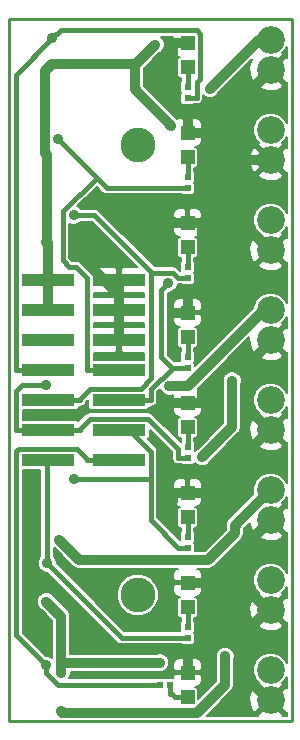
<source format=gtl>
G04 #@! TF.FileFunction,Copper,L1,Top,Signal*
%FSLAX46Y46*%
G04 Gerber Fmt 4.6, Leading zero omitted, Abs format (unit mm)*
G04 Created by KiCad (PCBNEW 0.201505120158+5650~23~ubuntu14.04.1-product) date Thu 14 May 2015 12:47:03 PM EDT*
%MOMM*%
G01*
G04 APERTURE LIST*
%ADD10C,0.100000*%
%ADD11C,0.228600*%
%ADD12C,2.336800*%
%ADD13R,4.495800X1.016000*%
%ADD14C,2.946400*%
%ADD15R,0.619760X0.619760*%
%ADD16R,1.193800X1.193800*%
%ADD17C,0.889000*%
%ADD18C,0.812800*%
%ADD19C,0.406400*%
%ADD20C,0.203200*%
G04 APERTURE END LIST*
D10*
D11*
X25400000Y-84836000D02*
X49364900Y-84836000D01*
X49364900Y-25400000D02*
X49364900Y-84836000D01*
X25400000Y-25400000D02*
X25400000Y-84836000D01*
X25400000Y-25400000D02*
X49364900Y-25400000D01*
D12*
X47586900Y-27178000D03*
X47586900Y-29718000D03*
X47586900Y-34798000D03*
X47586900Y-37338000D03*
X47586900Y-42418000D03*
X47586900Y-44958000D03*
X47586900Y-50038000D03*
X47586900Y-52578000D03*
X47586900Y-57658000D03*
X47586900Y-60198000D03*
X47586900Y-65278000D03*
X47586900Y-67818000D03*
X47586900Y-72898000D03*
X47586900Y-75438000D03*
X47586900Y-80518000D03*
X47586900Y-83058000D03*
D13*
X34747200Y-47498000D03*
X28752800Y-47498000D03*
X34747200Y-62738000D03*
X28752800Y-62738000D03*
X28752800Y-50038000D03*
X34747200Y-50038000D03*
X28752800Y-52578000D03*
X34747200Y-52578000D03*
X28752800Y-55118000D03*
X34747200Y-55118000D03*
X28752800Y-57658000D03*
X34747200Y-57658000D03*
X28752800Y-60198000D03*
X34747200Y-60198000D03*
D14*
X36334700Y-74168000D03*
X36334700Y-36068000D03*
D15*
X40557400Y-32072580D03*
X40557400Y-31173420D03*
X40557400Y-39692580D03*
X40557400Y-38793420D03*
X40557400Y-47312580D03*
X40557400Y-46413420D03*
X40557400Y-54932580D03*
X40557400Y-54033420D03*
X40557400Y-62552580D03*
X40557400Y-61653420D03*
X40557400Y-70172580D03*
X40557400Y-69273420D03*
X40557400Y-77792580D03*
X40557400Y-76893420D03*
X38202820Y-81788000D03*
X39101980Y-81788000D03*
D16*
X40557400Y-29502100D03*
X40557400Y-27393900D03*
X40557400Y-37122100D03*
X40557400Y-35013900D03*
X40557400Y-44742100D03*
X40557400Y-42633900D03*
X40557400Y-52362100D03*
X40557400Y-50253900D03*
X40557400Y-59982100D03*
X40557400Y-57873900D03*
X40557400Y-67602100D03*
X40557400Y-65493900D03*
X40557400Y-75222100D03*
X40557400Y-73113900D03*
X40557400Y-82842100D03*
X40557400Y-80733900D03*
D17*
X29044200Y-29187300D03*
X28752800Y-48768000D03*
X39189300Y-34475900D03*
X28592000Y-74732300D03*
X28621400Y-36882700D03*
X37817900Y-27559200D03*
X28586200Y-44269600D03*
X38184900Y-79884000D03*
X29869400Y-80753900D03*
X39199000Y-66344100D03*
X30972100Y-45502500D03*
X40778500Y-79056500D03*
X39248400Y-42486000D03*
X39219200Y-50253900D03*
X42565200Y-69323400D03*
X39161600Y-58012100D03*
X39209700Y-28246100D03*
X42456300Y-31296100D03*
X39003300Y-56479200D03*
X44329400Y-56032000D03*
X41801700Y-62481000D03*
X29676400Y-69505400D03*
X29805400Y-83980100D03*
X43741200Y-79368500D03*
X28586200Y-80129700D03*
X28666700Y-71474800D03*
X29101700Y-27043300D03*
X29569600Y-35538900D03*
X30953200Y-42018400D03*
X38913700Y-47775900D03*
X28551300Y-56394400D03*
X30956100Y-64339600D03*
D18*
X28752800Y-48768000D02*
X28752800Y-50038000D01*
X28461800Y-36723100D02*
X28621400Y-36882700D01*
X28461800Y-29769700D02*
X28461800Y-36723100D01*
X29044200Y-29187300D02*
X28461800Y-29769700D01*
X36074700Y-31361300D02*
X36074700Y-29302400D01*
X39189300Y-34475900D02*
X36074700Y-31361300D01*
X35959600Y-29187300D02*
X29044200Y-29187300D01*
X36074700Y-29302400D02*
X35959600Y-29187300D01*
X28752800Y-47498000D02*
X28752800Y-48768000D01*
X28621400Y-44269600D02*
X28621400Y-36882700D01*
X28752800Y-44401000D02*
X28621400Y-44269600D01*
X28752800Y-47498000D02*
X28752800Y-44401000D01*
X28621400Y-44269600D02*
X28586200Y-44269600D01*
X37817900Y-27559200D02*
X36074700Y-29302400D01*
X29869400Y-79884000D02*
X38184900Y-79884000D01*
X29869400Y-76009700D02*
X29869400Y-79884000D01*
X28592000Y-74732300D02*
X29869400Y-76009700D01*
X29869400Y-79884000D02*
X29869400Y-80753900D01*
X34747200Y-50038000D02*
X34747200Y-52578000D01*
X39299800Y-66243300D02*
X39199000Y-66344100D01*
X39299800Y-65493900D02*
X39299800Y-66243300D01*
X40557400Y-65493900D02*
X39299800Y-65493900D01*
X34747200Y-47498000D02*
X34747200Y-48768000D01*
X34747200Y-48768000D02*
X34747200Y-50038000D01*
X31481700Y-45502500D02*
X30972100Y-45502500D01*
X34747200Y-48768000D02*
X31481700Y-45502500D01*
X40557400Y-27393900D02*
X39299800Y-27393900D01*
X40557400Y-35013900D02*
X40557400Y-33756300D01*
X40557400Y-65493900D02*
X41815000Y-65493900D01*
X40557400Y-57873900D02*
X41815000Y-57873900D01*
X40557400Y-80733900D02*
X40557400Y-79476300D01*
X43783700Y-54892200D02*
X45434500Y-54892200D01*
X41815000Y-56860900D02*
X43783700Y-54892200D01*
X41815000Y-57873900D02*
X41815000Y-56860900D01*
X47586900Y-52739800D02*
X47586900Y-52578000D01*
X45434500Y-54892200D02*
X47586900Y-52739800D01*
X40778500Y-79255200D02*
X40778500Y-79056500D01*
X40557400Y-79476300D02*
X40778500Y-79255200D01*
X40557400Y-42633900D02*
X39566600Y-42633900D01*
X39396300Y-42633900D02*
X39248400Y-42486000D01*
X39566600Y-42633900D02*
X39396300Y-42633900D01*
X45614700Y-58304800D02*
X47507900Y-60198000D01*
X45614700Y-55072400D02*
X45614700Y-58304800D01*
X45434500Y-54892200D02*
X45614700Y-55072400D01*
X47507900Y-60198000D02*
X47586900Y-60198000D01*
X40557400Y-73113900D02*
X41815000Y-73113900D01*
X40557400Y-42633900D02*
X41815000Y-42633900D01*
X42565200Y-65493900D02*
X41815000Y-65493900D01*
X42565200Y-65140700D02*
X42565200Y-65493900D01*
X47507900Y-60198000D02*
X42565200Y-65140700D01*
X40557400Y-35013900D02*
X41815000Y-35013900D01*
X47586900Y-29718000D02*
X42291000Y-35013900D01*
X42291000Y-35013900D02*
X41815000Y-35013900D01*
X40557400Y-57873900D02*
X39299800Y-57873900D01*
X39161600Y-58012100D02*
X39299800Y-57873900D01*
X39219200Y-50253900D02*
X40557400Y-50253900D01*
X40557400Y-50253900D02*
X40557400Y-48996300D01*
X41815000Y-47738700D02*
X41815000Y-42633900D01*
X40557400Y-48996300D02*
X41815000Y-47738700D01*
X42291000Y-35013900D02*
X44615100Y-37338000D01*
X44615100Y-37338000D02*
X47586900Y-37338000D01*
X41815000Y-42633900D02*
X43515500Y-40933400D01*
X44615100Y-39833800D02*
X43515500Y-40933400D01*
X44615100Y-37338000D02*
X44615100Y-39833800D01*
X47540100Y-44958000D02*
X47586900Y-44958000D01*
X43515500Y-40933400D02*
X47540100Y-44958000D01*
X42565200Y-65493900D02*
X42565200Y-69323400D01*
X39299800Y-32498700D02*
X39299800Y-28246100D01*
X40557400Y-33756300D02*
X39299800Y-32498700D01*
X39299800Y-28246100D02*
X39299800Y-27393900D01*
X39299800Y-28246100D02*
X39209700Y-28246100D01*
X41815000Y-73113900D02*
X45082000Y-73113900D01*
X45082000Y-70322900D02*
X47586900Y-67818000D01*
X45082000Y-73113900D02*
X45082000Y-70322900D01*
X44604400Y-78239700D02*
X47406100Y-75438000D01*
X43195200Y-78239700D02*
X44604400Y-78239700D01*
X42378400Y-79056500D02*
X43195200Y-78239700D01*
X40778500Y-79056500D02*
X42378400Y-79056500D01*
X47479700Y-83058000D02*
X47586900Y-83058000D01*
X45082000Y-80660300D02*
X47479700Y-83058000D01*
X45082000Y-78717300D02*
X45082000Y-80660300D01*
X44604400Y-78239700D02*
X45082000Y-78717300D01*
X45082000Y-73113900D02*
X47406100Y-75438000D01*
X47406100Y-75438000D02*
X47586900Y-75438000D01*
X46574400Y-27178000D02*
X42456300Y-31296100D01*
X47586900Y-27178000D02*
X46574400Y-27178000D01*
X40564900Y-56479200D02*
X39003300Y-56479200D01*
X47006100Y-50038000D02*
X40564900Y-56479200D01*
X47586900Y-50038000D02*
X47006100Y-50038000D01*
X44329400Y-59953300D02*
X41801700Y-62481000D01*
X44329400Y-56032000D02*
X44329400Y-59953300D01*
X31342200Y-71171200D02*
X29676400Y-69505400D01*
X42311400Y-71171200D02*
X31342200Y-71171200D01*
X44534800Y-68947800D02*
X42311400Y-71171200D01*
X44534800Y-68283000D02*
X44534800Y-68947800D01*
X47539800Y-65278000D02*
X44534800Y-68283000D01*
X47586900Y-65278000D02*
X47539800Y-65278000D01*
X43741200Y-81792700D02*
X43741200Y-79368500D01*
X41401400Y-84132500D02*
X43741200Y-81792700D01*
X29957800Y-84132500D02*
X41401400Y-84132500D01*
X29805400Y-83980100D02*
X29957800Y-84132500D01*
D19*
X32041800Y-62617200D02*
X32041800Y-62738000D01*
X31197100Y-61772500D02*
X32041800Y-62617200D01*
X26285300Y-61772500D02*
X31197100Y-61772500D01*
X26047300Y-62010500D02*
X26285300Y-61772500D01*
X26047300Y-77590800D02*
X26047300Y-62010500D01*
X28586200Y-80129700D02*
X26047300Y-77590800D01*
X34747200Y-62738000D02*
X32041800Y-62738000D01*
X29600900Y-81788000D02*
X38202800Y-81788000D01*
X28586200Y-80773300D02*
X29600900Y-81788000D01*
X28586200Y-80129700D02*
X28586200Y-80773300D01*
X34984500Y-77792600D02*
X28666700Y-71474800D01*
X40557400Y-77792600D02*
X34984500Y-77792600D01*
X28666700Y-62824100D02*
X28752800Y-62738000D01*
X28666700Y-71474800D02*
X28666700Y-62824100D01*
X40557400Y-32072600D02*
X41324800Y-32072600D01*
X28752800Y-55118000D02*
X26047400Y-55118000D01*
X41324800Y-30757400D02*
X41324800Y-32072600D01*
X41646200Y-30436000D02*
X41324800Y-30757400D01*
X41646200Y-26633400D02*
X41646200Y-30436000D01*
X41352000Y-26339200D02*
X41646200Y-26633400D01*
X29805800Y-26339200D02*
X41352000Y-26339200D01*
X29101700Y-27043300D02*
X29805800Y-26339200D01*
X26047400Y-30097600D02*
X26047400Y-55118000D01*
X29101700Y-27043300D02*
X26047400Y-30097600D01*
X40557400Y-39692600D02*
X39790000Y-39692600D01*
X34747200Y-55118000D02*
X32041800Y-55118000D01*
X32041800Y-47359900D02*
X32041800Y-55118000D01*
X31086500Y-46404600D02*
X32041800Y-47359900D01*
X30558500Y-46404600D02*
X31086500Y-46404600D01*
X29989300Y-45835400D02*
X30558500Y-46404600D01*
X29989300Y-41684100D02*
X29989300Y-45835400D01*
X32852100Y-38821300D02*
X29989300Y-41684100D01*
X33723300Y-39692600D02*
X32852100Y-38821300D01*
X39790000Y-39692600D02*
X33723300Y-39692600D01*
X32852100Y-38821300D02*
X29569600Y-35538900D01*
X28752800Y-57658000D02*
X31458200Y-57658000D01*
X39287400Y-46873900D02*
X37473200Y-46873900D01*
X39726100Y-47312600D02*
X39287400Y-46873900D01*
X40557400Y-47312600D02*
X39726100Y-47312600D01*
X37473200Y-46816700D02*
X37473200Y-46873900D01*
X32674900Y-42018400D02*
X37473200Y-46816700D01*
X30953200Y-42018400D02*
X32674900Y-42018400D01*
X31458200Y-57537200D02*
X31458200Y-57658000D01*
X32302900Y-56692500D02*
X31458200Y-57537200D01*
X36579900Y-56692500D02*
X32302900Y-56692500D01*
X37473200Y-55799200D02*
X36579900Y-56692500D01*
X37473200Y-46873900D02*
X37473200Y-55799200D01*
X34747200Y-57658000D02*
X37452600Y-57658000D01*
X40557400Y-54932600D02*
X39790000Y-54932600D01*
X38317100Y-48372500D02*
X38913700Y-47775900D01*
X38317100Y-54045600D02*
X38317100Y-48372500D01*
X39204100Y-54932600D02*
X38317100Y-54045600D01*
X39790000Y-54932600D02*
X39204100Y-54932600D01*
X37452600Y-56754200D02*
X37452600Y-57658000D01*
X39204100Y-55002700D02*
X37452600Y-56754200D01*
X39204100Y-54932600D02*
X39204100Y-55002700D01*
X26553200Y-56394400D02*
X28551300Y-56394400D01*
X26047400Y-56900200D02*
X26553200Y-56394400D01*
X26047400Y-60198000D02*
X26047400Y-56900200D01*
X28752800Y-60198000D02*
X26047400Y-60198000D01*
X31458200Y-60077200D02*
X31458200Y-60198000D01*
X32302900Y-59232500D02*
X31458200Y-60077200D01*
X37193800Y-59232500D02*
X32302900Y-59232500D01*
X39790000Y-61828700D02*
X37193800Y-59232500D01*
X39790000Y-62552600D02*
X39790000Y-61828700D01*
X40557400Y-62552600D02*
X39790000Y-62552600D01*
X28752800Y-60198000D02*
X31458200Y-60198000D01*
X40557400Y-70172600D02*
X39790000Y-70172600D01*
X37452700Y-67835300D02*
X37452700Y-64339600D01*
X39790000Y-70172600D02*
X37452700Y-67835300D01*
X35613200Y-60198000D02*
X34747200Y-60198000D01*
X37452700Y-62037500D02*
X35613200Y-60198000D01*
X37452700Y-64339600D02*
X37452700Y-62037500D01*
X37452700Y-64339600D02*
X30956100Y-64339600D01*
X40557400Y-29502100D02*
X40557400Y-31173400D01*
X40557400Y-37122100D02*
X40557400Y-38793400D01*
X40557400Y-46413400D02*
X40557400Y-44742100D01*
X40557400Y-52362100D02*
X40557400Y-54033400D01*
X40557400Y-59982100D02*
X40557400Y-61653400D01*
X40557400Y-67602100D02*
X40557400Y-69273400D01*
X40557400Y-75222100D02*
X40557400Y-76893400D01*
X39216300Y-82555400D02*
X39102000Y-82555400D01*
X39503000Y-82842100D02*
X39216300Y-82555400D01*
X40557400Y-82842100D02*
X39503000Y-82842100D01*
X39102000Y-81788000D02*
X39102000Y-82555400D01*
D20*
G36*
X36914400Y-54247433D02*
X32600600Y-54247433D01*
X32600600Y-53695600D01*
X32620557Y-53695600D01*
X34442400Y-53695600D01*
X34594800Y-53543200D01*
X34594800Y-52730400D01*
X34574800Y-52730400D01*
X34574800Y-52425600D01*
X34594800Y-52425600D01*
X34594800Y-51612800D01*
X34442400Y-51460400D01*
X32620557Y-51460400D01*
X32600600Y-51460400D01*
X32600600Y-51155600D01*
X32620557Y-51155600D01*
X34442400Y-51155600D01*
X34594800Y-51003200D01*
X34594800Y-50190400D01*
X34574800Y-50190400D01*
X34574800Y-49885600D01*
X34594800Y-49885600D01*
X34594800Y-49072800D01*
X34442400Y-48920400D01*
X32620557Y-48920400D01*
X32600600Y-48920400D01*
X32600600Y-48615600D01*
X32620557Y-48615600D01*
X34442400Y-48615600D01*
X34594800Y-48463200D01*
X34594800Y-47650400D01*
X34574800Y-47650400D01*
X34574800Y-47345600D01*
X34594800Y-47345600D01*
X34594800Y-46532800D01*
X34442400Y-46380400D01*
X32620557Y-46380400D01*
X32378043Y-46380400D01*
X32153989Y-46473206D01*
X32049678Y-46577516D01*
X31481631Y-46009469D01*
X31300344Y-45888336D01*
X31086500Y-45845800D01*
X30789962Y-45845800D01*
X30548100Y-45603937D01*
X30548100Y-42716523D01*
X30793352Y-42818361D01*
X31111652Y-42818639D01*
X31405828Y-42697087D01*
X31525924Y-42577200D01*
X32443438Y-42577200D01*
X36246638Y-46380400D01*
X35052000Y-46380400D01*
X34899600Y-46532800D01*
X34899600Y-47345600D01*
X34919600Y-47345600D01*
X34919600Y-47650400D01*
X34899600Y-47650400D01*
X34899600Y-48463200D01*
X35052000Y-48615600D01*
X36873843Y-48615600D01*
X36914400Y-48615600D01*
X36914400Y-48920400D01*
X36873843Y-48920400D01*
X35052000Y-48920400D01*
X34899600Y-49072800D01*
X34899600Y-49885600D01*
X34919600Y-49885600D01*
X34919600Y-50190400D01*
X34899600Y-50190400D01*
X34899600Y-51003200D01*
X35052000Y-51155600D01*
X36873843Y-51155600D01*
X36914400Y-51155600D01*
X36914400Y-51460400D01*
X36873843Y-51460400D01*
X35052000Y-51460400D01*
X34899600Y-51612800D01*
X34899600Y-52425600D01*
X34919600Y-52425600D01*
X34919600Y-52730400D01*
X34899600Y-52730400D01*
X34899600Y-53543200D01*
X35052000Y-53695600D01*
X36873843Y-53695600D01*
X36914400Y-53695600D01*
X36914400Y-54247433D01*
X36914400Y-54247433D01*
G37*
X36914400Y-54247433D02*
X32600600Y-54247433D01*
X32600600Y-53695600D01*
X32620557Y-53695600D01*
X34442400Y-53695600D01*
X34594800Y-53543200D01*
X34594800Y-52730400D01*
X34574800Y-52730400D01*
X34574800Y-52425600D01*
X34594800Y-52425600D01*
X34594800Y-51612800D01*
X34442400Y-51460400D01*
X32620557Y-51460400D01*
X32600600Y-51460400D01*
X32600600Y-51155600D01*
X32620557Y-51155600D01*
X34442400Y-51155600D01*
X34594800Y-51003200D01*
X34594800Y-50190400D01*
X34574800Y-50190400D01*
X34574800Y-49885600D01*
X34594800Y-49885600D01*
X34594800Y-49072800D01*
X34442400Y-48920400D01*
X32620557Y-48920400D01*
X32600600Y-48920400D01*
X32600600Y-48615600D01*
X32620557Y-48615600D01*
X34442400Y-48615600D01*
X34594800Y-48463200D01*
X34594800Y-47650400D01*
X34574800Y-47650400D01*
X34574800Y-47345600D01*
X34594800Y-47345600D01*
X34594800Y-46532800D01*
X34442400Y-46380400D01*
X32620557Y-46380400D01*
X32378043Y-46380400D01*
X32153989Y-46473206D01*
X32049678Y-46577516D01*
X31481631Y-46009469D01*
X31300344Y-45888336D01*
X31086500Y-45845800D01*
X30789962Y-45845800D01*
X30548100Y-45603937D01*
X30548100Y-42716523D01*
X30793352Y-42818361D01*
X31111652Y-42818639D01*
X31405828Y-42697087D01*
X31525924Y-42577200D01*
X32443438Y-42577200D01*
X36246638Y-46380400D01*
X35052000Y-46380400D01*
X34899600Y-46532800D01*
X34899600Y-47345600D01*
X34919600Y-47345600D01*
X34919600Y-47650400D01*
X34899600Y-47650400D01*
X34899600Y-48463200D01*
X35052000Y-48615600D01*
X36873843Y-48615600D01*
X36914400Y-48615600D01*
X36914400Y-48920400D01*
X36873843Y-48920400D01*
X35052000Y-48920400D01*
X34899600Y-49072800D01*
X34899600Y-49885600D01*
X34919600Y-49885600D01*
X34919600Y-50190400D01*
X34899600Y-50190400D01*
X34899600Y-51003200D01*
X35052000Y-51155600D01*
X36873843Y-51155600D01*
X36914400Y-51155600D01*
X36914400Y-51460400D01*
X36873843Y-51460400D01*
X35052000Y-51460400D01*
X34899600Y-51612800D01*
X34899600Y-52425600D01*
X34919600Y-52425600D01*
X34919600Y-52730400D01*
X34899600Y-52730400D01*
X34899600Y-53543200D01*
X35052000Y-53695600D01*
X36873843Y-53695600D01*
X36914400Y-53695600D01*
X36914400Y-54247433D01*
G36*
X48945800Y-49469002D02*
X48836547Y-49204589D01*
X48648284Y-49015997D01*
X48648284Y-46234910D01*
X47586900Y-45173526D01*
X47371374Y-45389052D01*
X47371374Y-44958000D01*
X46309990Y-43896616D01*
X46035901Y-44019509D01*
X45794818Y-44684490D01*
X45826565Y-45391110D01*
X46035901Y-45896491D01*
X46309990Y-46019384D01*
X47371374Y-44958000D01*
X47371374Y-45389052D01*
X46525516Y-46234910D01*
X46648409Y-46508999D01*
X47313390Y-46750082D01*
X48020010Y-46718335D01*
X48525391Y-46508999D01*
X48648284Y-46234910D01*
X48648284Y-49015997D01*
X48422491Y-48789810D01*
X47881223Y-48565056D01*
X47295148Y-48564545D01*
X46753489Y-48788353D01*
X46338710Y-49202409D01*
X46113956Y-49743677D01*
X46113861Y-49852608D01*
X41178051Y-54788418D01*
X41178051Y-54622700D01*
X41155502Y-54506481D01*
X41140338Y-54483397D01*
X41154021Y-54463127D01*
X41178051Y-54343300D01*
X41178051Y-53723540D01*
X41155502Y-53607321D01*
X41116200Y-53547490D01*
X41116200Y-53269771D01*
X41154300Y-53269771D01*
X41270519Y-53247222D01*
X41372665Y-53180123D01*
X41441041Y-53078827D01*
X41465071Y-52959000D01*
X41465071Y-51765200D01*
X41442522Y-51648981D01*
X41375423Y-51546835D01*
X41274127Y-51478459D01*
X41184074Y-51460400D01*
X41275557Y-51460400D01*
X41499611Y-51367594D01*
X41671094Y-51196111D01*
X41763900Y-50972057D01*
X41763900Y-50558700D01*
X41763900Y-49949100D01*
X41763900Y-49535743D01*
X41671094Y-49311689D01*
X41499611Y-49140206D01*
X41275557Y-49047400D01*
X41033043Y-49047400D01*
X40862200Y-49047400D01*
X40709800Y-49199800D01*
X40709800Y-50101500D01*
X41611500Y-50101500D01*
X41763900Y-49949100D01*
X41763900Y-50558700D01*
X41611500Y-50406300D01*
X40709800Y-50406300D01*
X40709800Y-50426300D01*
X40405000Y-50426300D01*
X40405000Y-50406300D01*
X40405000Y-50101500D01*
X40405000Y-49199800D01*
X40252600Y-49047400D01*
X40081757Y-49047400D01*
X39839243Y-49047400D01*
X39615189Y-49140206D01*
X39443706Y-49311689D01*
X39350900Y-49535743D01*
X39350900Y-49949100D01*
X39503300Y-50101500D01*
X40405000Y-50101500D01*
X40405000Y-50406300D01*
X39503300Y-50406300D01*
X39350900Y-50558700D01*
X39350900Y-50972057D01*
X39443706Y-51196111D01*
X39615189Y-51367594D01*
X39839243Y-51460400D01*
X39929725Y-51460400D01*
X39844281Y-51476978D01*
X39742135Y-51544077D01*
X39673759Y-51645373D01*
X39649729Y-51765200D01*
X39649729Y-52959000D01*
X39672278Y-53075219D01*
X39739377Y-53177365D01*
X39840673Y-53245741D01*
X39960500Y-53269771D01*
X39998600Y-53269771D01*
X39998600Y-53547682D01*
X39960779Y-53603713D01*
X39936749Y-53723540D01*
X39936749Y-54343300D01*
X39942666Y-54373800D01*
X39790000Y-54373800D01*
X39435562Y-54373800D01*
X38875900Y-53814137D01*
X38875900Y-48603962D01*
X38903869Y-48575992D01*
X39072152Y-48576139D01*
X39366328Y-48454587D01*
X39591596Y-48229712D01*
X39713661Y-47935748D01*
X39713719Y-47868937D01*
X39726100Y-47871400D01*
X40071692Y-47871400D01*
X40127693Y-47909201D01*
X40247520Y-47933231D01*
X40867280Y-47933231D01*
X40983499Y-47910682D01*
X41085645Y-47843583D01*
X41154021Y-47742287D01*
X41178051Y-47622460D01*
X41178051Y-47002700D01*
X41155502Y-46886481D01*
X41140338Y-46863397D01*
X41154021Y-46843127D01*
X41178051Y-46723300D01*
X41178051Y-46103540D01*
X41155502Y-45987321D01*
X41116200Y-45927490D01*
X41116200Y-45649771D01*
X41154300Y-45649771D01*
X41270519Y-45627222D01*
X41372665Y-45560123D01*
X41441041Y-45458827D01*
X41465071Y-45339000D01*
X41465071Y-44145200D01*
X41442522Y-44028981D01*
X41375423Y-43926835D01*
X41274127Y-43858459D01*
X41184074Y-43840400D01*
X41275557Y-43840400D01*
X41499611Y-43747594D01*
X41671094Y-43576111D01*
X41763900Y-43352057D01*
X41763900Y-42938700D01*
X41763900Y-42329100D01*
X41763900Y-41915743D01*
X41671094Y-41691689D01*
X41499611Y-41520206D01*
X41275557Y-41427400D01*
X41033043Y-41427400D01*
X40862200Y-41427400D01*
X40709800Y-41579800D01*
X40709800Y-42481500D01*
X41611500Y-42481500D01*
X41763900Y-42329100D01*
X41763900Y-42938700D01*
X41611500Y-42786300D01*
X40709800Y-42786300D01*
X40709800Y-42806300D01*
X40405000Y-42806300D01*
X40405000Y-42786300D01*
X40405000Y-42481500D01*
X40405000Y-41579800D01*
X40252600Y-41427400D01*
X40081757Y-41427400D01*
X39839243Y-41427400D01*
X39615189Y-41520206D01*
X39443706Y-41691689D01*
X39350900Y-41915743D01*
X39350900Y-42329100D01*
X39503300Y-42481500D01*
X40405000Y-42481500D01*
X40405000Y-42786300D01*
X39503300Y-42786300D01*
X39350900Y-42938700D01*
X39350900Y-43352057D01*
X39443706Y-43576111D01*
X39615189Y-43747594D01*
X39839243Y-43840400D01*
X39929725Y-43840400D01*
X39844281Y-43856978D01*
X39742135Y-43924077D01*
X39673759Y-44025373D01*
X39649729Y-44145200D01*
X39649729Y-45339000D01*
X39672278Y-45455219D01*
X39739377Y-45557365D01*
X39840673Y-45625741D01*
X39960500Y-45649771D01*
X39998600Y-45649771D01*
X39998600Y-45927682D01*
X39960779Y-45983713D01*
X39936749Y-46103540D01*
X39936749Y-46723300D01*
X39939080Y-46735318D01*
X39682531Y-46478769D01*
X39501244Y-46357636D01*
X39287400Y-46315100D01*
X37761862Y-46315100D01*
X33070031Y-41623269D01*
X32888744Y-41502136D01*
X32674900Y-41459600D01*
X31525900Y-41459600D01*
X31407012Y-41340504D01*
X31206442Y-41257219D01*
X32852077Y-39611585D01*
X33328146Y-40087709D01*
X33328160Y-40087719D01*
X33328169Y-40087731D01*
X33413962Y-40145056D01*
X33509427Y-40208852D01*
X33509442Y-40208855D01*
X33509456Y-40208864D01*
X33615213Y-40229900D01*
X33723268Y-40251400D01*
X33723284Y-40251396D01*
X33723300Y-40251400D01*
X39790000Y-40251400D01*
X40071692Y-40251400D01*
X40127693Y-40289201D01*
X40247520Y-40313231D01*
X40867280Y-40313231D01*
X40983499Y-40290682D01*
X41085645Y-40223583D01*
X41154021Y-40122287D01*
X41178051Y-40002460D01*
X41178051Y-39382700D01*
X41155502Y-39266481D01*
X41140338Y-39243397D01*
X41154021Y-39223127D01*
X41178051Y-39103300D01*
X41178051Y-38483540D01*
X41155502Y-38367321D01*
X41116200Y-38307490D01*
X41116200Y-38029771D01*
X41154300Y-38029771D01*
X41270519Y-38007222D01*
X41372665Y-37940123D01*
X41441041Y-37838827D01*
X41465071Y-37719000D01*
X41465071Y-36525200D01*
X41442522Y-36408981D01*
X41375423Y-36306835D01*
X41274127Y-36238459D01*
X41184074Y-36220400D01*
X41275557Y-36220400D01*
X41499611Y-36127594D01*
X41671094Y-35956111D01*
X41763900Y-35732057D01*
X41763900Y-35318700D01*
X41763900Y-34709100D01*
X41763900Y-34295743D01*
X41671094Y-34071689D01*
X41499611Y-33900206D01*
X41275557Y-33807400D01*
X41033043Y-33807400D01*
X40862200Y-33807400D01*
X40709800Y-33959800D01*
X40709800Y-34861500D01*
X41611500Y-34861500D01*
X41763900Y-34709100D01*
X41763900Y-35318700D01*
X41611500Y-35166300D01*
X40709800Y-35166300D01*
X40709800Y-35186300D01*
X40405000Y-35186300D01*
X40405000Y-35166300D01*
X40385000Y-35166300D01*
X40385000Y-34861500D01*
X40405000Y-34861500D01*
X40405000Y-33959800D01*
X40252600Y-33807400D01*
X40081757Y-33807400D01*
X39839243Y-33807400D01*
X39707122Y-33862126D01*
X39643112Y-33798004D01*
X39550634Y-33759604D01*
X36836700Y-31045669D01*
X36836700Y-29618030D01*
X38179041Y-28275688D01*
X38270528Y-28237887D01*
X38495796Y-28013012D01*
X38617861Y-27719048D01*
X38618139Y-27400748D01*
X38496587Y-27106572D01*
X38288378Y-26898000D01*
X39350900Y-26898000D01*
X39350900Y-27089100D01*
X39503300Y-27241500D01*
X40405000Y-27241500D01*
X40405000Y-27221500D01*
X40709800Y-27221500D01*
X40709800Y-27241500D01*
X40729800Y-27241500D01*
X40729800Y-27546300D01*
X40709800Y-27546300D01*
X40709800Y-27566300D01*
X40405000Y-27566300D01*
X40405000Y-27546300D01*
X39503300Y-27546300D01*
X39350900Y-27698700D01*
X39350900Y-28112057D01*
X39443706Y-28336111D01*
X39615189Y-28507594D01*
X39839243Y-28600400D01*
X39929725Y-28600400D01*
X39844281Y-28616978D01*
X39742135Y-28684077D01*
X39673759Y-28785373D01*
X39649729Y-28905200D01*
X39649729Y-30099000D01*
X39672278Y-30215219D01*
X39739377Y-30317365D01*
X39840673Y-30385741D01*
X39960500Y-30409771D01*
X39998600Y-30409771D01*
X39998600Y-30687682D01*
X39960779Y-30743713D01*
X39936749Y-30863540D01*
X39936749Y-31483300D01*
X39959298Y-31599519D01*
X39974461Y-31622602D01*
X39960779Y-31642873D01*
X39936749Y-31762700D01*
X39936749Y-32382460D01*
X39959298Y-32498679D01*
X40026397Y-32600825D01*
X40127693Y-32669201D01*
X40247520Y-32693231D01*
X40867280Y-32693231D01*
X40983499Y-32670682D01*
X41043298Y-32631400D01*
X41324800Y-32631400D01*
X41538644Y-32588864D01*
X41719931Y-32467731D01*
X41841064Y-32286444D01*
X41883600Y-32072600D01*
X41883600Y-31854900D01*
X42002488Y-31973996D01*
X42296452Y-32096061D01*
X42614752Y-32096339D01*
X42908928Y-31974787D01*
X43134196Y-31749912D01*
X43172596Y-31657433D01*
X46027586Y-28802443D01*
X45794818Y-29444490D01*
X45826565Y-30151110D01*
X46035901Y-30656491D01*
X46309990Y-30779384D01*
X47371374Y-29718000D01*
X47357231Y-29703857D01*
X47572757Y-29488331D01*
X47586900Y-29502474D01*
X48648284Y-28441090D01*
X48573632Y-28274593D01*
X48835090Y-28013591D01*
X48945800Y-27746971D01*
X48945800Y-28693377D01*
X48863810Y-28656616D01*
X47802426Y-29718000D01*
X48863810Y-30779384D01*
X48945800Y-30742622D01*
X48945800Y-34229002D01*
X48836547Y-33964589D01*
X48648284Y-33775997D01*
X48648284Y-30994910D01*
X47586900Y-29933526D01*
X46525516Y-30994910D01*
X46648409Y-31268999D01*
X47313390Y-31510082D01*
X48020010Y-31478335D01*
X48525391Y-31268999D01*
X48648284Y-30994910D01*
X48648284Y-33775997D01*
X48422491Y-33549810D01*
X47881223Y-33325056D01*
X47295148Y-33324545D01*
X46753489Y-33548353D01*
X46338710Y-33962409D01*
X46113956Y-34503677D01*
X46113445Y-35089752D01*
X46337253Y-35631411D01*
X46600108Y-35894725D01*
X46525516Y-36061090D01*
X47586900Y-37122474D01*
X48648284Y-36061090D01*
X48573632Y-35894593D01*
X48835090Y-35633591D01*
X48945800Y-35366971D01*
X48945800Y-36313377D01*
X48863810Y-36276616D01*
X47802426Y-37338000D01*
X48863810Y-38399384D01*
X48945800Y-38362622D01*
X48945800Y-41849002D01*
X48836547Y-41584589D01*
X48648284Y-41395997D01*
X48648284Y-38614910D01*
X47586900Y-37553526D01*
X47371374Y-37769052D01*
X47371374Y-37338000D01*
X46309990Y-36276616D01*
X46035901Y-36399509D01*
X45794818Y-37064490D01*
X45826565Y-37771110D01*
X46035901Y-38276491D01*
X46309990Y-38399384D01*
X47371374Y-37338000D01*
X47371374Y-37769052D01*
X46525516Y-38614910D01*
X46648409Y-38888999D01*
X47313390Y-39130082D01*
X48020010Y-39098335D01*
X48525391Y-38888999D01*
X48648284Y-38614910D01*
X48648284Y-41395997D01*
X48422491Y-41169810D01*
X47881223Y-40945056D01*
X47295148Y-40944545D01*
X46753489Y-41168353D01*
X46338710Y-41582409D01*
X46113956Y-42123677D01*
X46113445Y-42709752D01*
X46337253Y-43251411D01*
X46600108Y-43514725D01*
X46525516Y-43681090D01*
X47586900Y-44742474D01*
X48648284Y-43681090D01*
X48573632Y-43514593D01*
X48835090Y-43253591D01*
X48945800Y-42986971D01*
X48945800Y-43933377D01*
X48863810Y-43896616D01*
X47802426Y-44958000D01*
X48863810Y-46019384D01*
X48945800Y-45982622D01*
X48945800Y-49469002D01*
X48945800Y-49469002D01*
G37*
X48945800Y-49469002D02*
X48836547Y-49204589D01*
X48648284Y-49015997D01*
X48648284Y-46234910D01*
X47586900Y-45173526D01*
X47371374Y-45389052D01*
X47371374Y-44958000D01*
X46309990Y-43896616D01*
X46035901Y-44019509D01*
X45794818Y-44684490D01*
X45826565Y-45391110D01*
X46035901Y-45896491D01*
X46309990Y-46019384D01*
X47371374Y-44958000D01*
X47371374Y-45389052D01*
X46525516Y-46234910D01*
X46648409Y-46508999D01*
X47313390Y-46750082D01*
X48020010Y-46718335D01*
X48525391Y-46508999D01*
X48648284Y-46234910D01*
X48648284Y-49015997D01*
X48422491Y-48789810D01*
X47881223Y-48565056D01*
X47295148Y-48564545D01*
X46753489Y-48788353D01*
X46338710Y-49202409D01*
X46113956Y-49743677D01*
X46113861Y-49852608D01*
X41178051Y-54788418D01*
X41178051Y-54622700D01*
X41155502Y-54506481D01*
X41140338Y-54483397D01*
X41154021Y-54463127D01*
X41178051Y-54343300D01*
X41178051Y-53723540D01*
X41155502Y-53607321D01*
X41116200Y-53547490D01*
X41116200Y-53269771D01*
X41154300Y-53269771D01*
X41270519Y-53247222D01*
X41372665Y-53180123D01*
X41441041Y-53078827D01*
X41465071Y-52959000D01*
X41465071Y-51765200D01*
X41442522Y-51648981D01*
X41375423Y-51546835D01*
X41274127Y-51478459D01*
X41184074Y-51460400D01*
X41275557Y-51460400D01*
X41499611Y-51367594D01*
X41671094Y-51196111D01*
X41763900Y-50972057D01*
X41763900Y-50558700D01*
X41763900Y-49949100D01*
X41763900Y-49535743D01*
X41671094Y-49311689D01*
X41499611Y-49140206D01*
X41275557Y-49047400D01*
X41033043Y-49047400D01*
X40862200Y-49047400D01*
X40709800Y-49199800D01*
X40709800Y-50101500D01*
X41611500Y-50101500D01*
X41763900Y-49949100D01*
X41763900Y-50558700D01*
X41611500Y-50406300D01*
X40709800Y-50406300D01*
X40709800Y-50426300D01*
X40405000Y-50426300D01*
X40405000Y-50406300D01*
X40405000Y-50101500D01*
X40405000Y-49199800D01*
X40252600Y-49047400D01*
X40081757Y-49047400D01*
X39839243Y-49047400D01*
X39615189Y-49140206D01*
X39443706Y-49311689D01*
X39350900Y-49535743D01*
X39350900Y-49949100D01*
X39503300Y-50101500D01*
X40405000Y-50101500D01*
X40405000Y-50406300D01*
X39503300Y-50406300D01*
X39350900Y-50558700D01*
X39350900Y-50972057D01*
X39443706Y-51196111D01*
X39615189Y-51367594D01*
X39839243Y-51460400D01*
X39929725Y-51460400D01*
X39844281Y-51476978D01*
X39742135Y-51544077D01*
X39673759Y-51645373D01*
X39649729Y-51765200D01*
X39649729Y-52959000D01*
X39672278Y-53075219D01*
X39739377Y-53177365D01*
X39840673Y-53245741D01*
X39960500Y-53269771D01*
X39998600Y-53269771D01*
X39998600Y-53547682D01*
X39960779Y-53603713D01*
X39936749Y-53723540D01*
X39936749Y-54343300D01*
X39942666Y-54373800D01*
X39790000Y-54373800D01*
X39435562Y-54373800D01*
X38875900Y-53814137D01*
X38875900Y-48603962D01*
X38903869Y-48575992D01*
X39072152Y-48576139D01*
X39366328Y-48454587D01*
X39591596Y-48229712D01*
X39713661Y-47935748D01*
X39713719Y-47868937D01*
X39726100Y-47871400D01*
X40071692Y-47871400D01*
X40127693Y-47909201D01*
X40247520Y-47933231D01*
X40867280Y-47933231D01*
X40983499Y-47910682D01*
X41085645Y-47843583D01*
X41154021Y-47742287D01*
X41178051Y-47622460D01*
X41178051Y-47002700D01*
X41155502Y-46886481D01*
X41140338Y-46863397D01*
X41154021Y-46843127D01*
X41178051Y-46723300D01*
X41178051Y-46103540D01*
X41155502Y-45987321D01*
X41116200Y-45927490D01*
X41116200Y-45649771D01*
X41154300Y-45649771D01*
X41270519Y-45627222D01*
X41372665Y-45560123D01*
X41441041Y-45458827D01*
X41465071Y-45339000D01*
X41465071Y-44145200D01*
X41442522Y-44028981D01*
X41375423Y-43926835D01*
X41274127Y-43858459D01*
X41184074Y-43840400D01*
X41275557Y-43840400D01*
X41499611Y-43747594D01*
X41671094Y-43576111D01*
X41763900Y-43352057D01*
X41763900Y-42938700D01*
X41763900Y-42329100D01*
X41763900Y-41915743D01*
X41671094Y-41691689D01*
X41499611Y-41520206D01*
X41275557Y-41427400D01*
X41033043Y-41427400D01*
X40862200Y-41427400D01*
X40709800Y-41579800D01*
X40709800Y-42481500D01*
X41611500Y-42481500D01*
X41763900Y-42329100D01*
X41763900Y-42938700D01*
X41611500Y-42786300D01*
X40709800Y-42786300D01*
X40709800Y-42806300D01*
X40405000Y-42806300D01*
X40405000Y-42786300D01*
X40405000Y-42481500D01*
X40405000Y-41579800D01*
X40252600Y-41427400D01*
X40081757Y-41427400D01*
X39839243Y-41427400D01*
X39615189Y-41520206D01*
X39443706Y-41691689D01*
X39350900Y-41915743D01*
X39350900Y-42329100D01*
X39503300Y-42481500D01*
X40405000Y-42481500D01*
X40405000Y-42786300D01*
X39503300Y-42786300D01*
X39350900Y-42938700D01*
X39350900Y-43352057D01*
X39443706Y-43576111D01*
X39615189Y-43747594D01*
X39839243Y-43840400D01*
X39929725Y-43840400D01*
X39844281Y-43856978D01*
X39742135Y-43924077D01*
X39673759Y-44025373D01*
X39649729Y-44145200D01*
X39649729Y-45339000D01*
X39672278Y-45455219D01*
X39739377Y-45557365D01*
X39840673Y-45625741D01*
X39960500Y-45649771D01*
X39998600Y-45649771D01*
X39998600Y-45927682D01*
X39960779Y-45983713D01*
X39936749Y-46103540D01*
X39936749Y-46723300D01*
X39939080Y-46735318D01*
X39682531Y-46478769D01*
X39501244Y-46357636D01*
X39287400Y-46315100D01*
X37761862Y-46315100D01*
X33070031Y-41623269D01*
X32888744Y-41502136D01*
X32674900Y-41459600D01*
X31525900Y-41459600D01*
X31407012Y-41340504D01*
X31206442Y-41257219D01*
X32852077Y-39611585D01*
X33328146Y-40087709D01*
X33328160Y-40087719D01*
X33328169Y-40087731D01*
X33413962Y-40145056D01*
X33509427Y-40208852D01*
X33509442Y-40208855D01*
X33509456Y-40208864D01*
X33615213Y-40229900D01*
X33723268Y-40251400D01*
X33723284Y-40251396D01*
X33723300Y-40251400D01*
X39790000Y-40251400D01*
X40071692Y-40251400D01*
X40127693Y-40289201D01*
X40247520Y-40313231D01*
X40867280Y-40313231D01*
X40983499Y-40290682D01*
X41085645Y-40223583D01*
X41154021Y-40122287D01*
X41178051Y-40002460D01*
X41178051Y-39382700D01*
X41155502Y-39266481D01*
X41140338Y-39243397D01*
X41154021Y-39223127D01*
X41178051Y-39103300D01*
X41178051Y-38483540D01*
X41155502Y-38367321D01*
X41116200Y-38307490D01*
X41116200Y-38029771D01*
X41154300Y-38029771D01*
X41270519Y-38007222D01*
X41372665Y-37940123D01*
X41441041Y-37838827D01*
X41465071Y-37719000D01*
X41465071Y-36525200D01*
X41442522Y-36408981D01*
X41375423Y-36306835D01*
X41274127Y-36238459D01*
X41184074Y-36220400D01*
X41275557Y-36220400D01*
X41499611Y-36127594D01*
X41671094Y-35956111D01*
X41763900Y-35732057D01*
X41763900Y-35318700D01*
X41763900Y-34709100D01*
X41763900Y-34295743D01*
X41671094Y-34071689D01*
X41499611Y-33900206D01*
X41275557Y-33807400D01*
X41033043Y-33807400D01*
X40862200Y-33807400D01*
X40709800Y-33959800D01*
X40709800Y-34861500D01*
X41611500Y-34861500D01*
X41763900Y-34709100D01*
X41763900Y-35318700D01*
X41611500Y-35166300D01*
X40709800Y-35166300D01*
X40709800Y-35186300D01*
X40405000Y-35186300D01*
X40405000Y-35166300D01*
X40385000Y-35166300D01*
X40385000Y-34861500D01*
X40405000Y-34861500D01*
X40405000Y-33959800D01*
X40252600Y-33807400D01*
X40081757Y-33807400D01*
X39839243Y-33807400D01*
X39707122Y-33862126D01*
X39643112Y-33798004D01*
X39550634Y-33759604D01*
X36836700Y-31045669D01*
X36836700Y-29618030D01*
X38179041Y-28275688D01*
X38270528Y-28237887D01*
X38495796Y-28013012D01*
X38617861Y-27719048D01*
X38618139Y-27400748D01*
X38496587Y-27106572D01*
X38288378Y-26898000D01*
X39350900Y-26898000D01*
X39350900Y-27089100D01*
X39503300Y-27241500D01*
X40405000Y-27241500D01*
X40405000Y-27221500D01*
X40709800Y-27221500D01*
X40709800Y-27241500D01*
X40729800Y-27241500D01*
X40729800Y-27546300D01*
X40709800Y-27546300D01*
X40709800Y-27566300D01*
X40405000Y-27566300D01*
X40405000Y-27546300D01*
X39503300Y-27546300D01*
X39350900Y-27698700D01*
X39350900Y-28112057D01*
X39443706Y-28336111D01*
X39615189Y-28507594D01*
X39839243Y-28600400D01*
X39929725Y-28600400D01*
X39844281Y-28616978D01*
X39742135Y-28684077D01*
X39673759Y-28785373D01*
X39649729Y-28905200D01*
X39649729Y-30099000D01*
X39672278Y-30215219D01*
X39739377Y-30317365D01*
X39840673Y-30385741D01*
X39960500Y-30409771D01*
X39998600Y-30409771D01*
X39998600Y-30687682D01*
X39960779Y-30743713D01*
X39936749Y-30863540D01*
X39936749Y-31483300D01*
X39959298Y-31599519D01*
X39974461Y-31622602D01*
X39960779Y-31642873D01*
X39936749Y-31762700D01*
X39936749Y-32382460D01*
X39959298Y-32498679D01*
X40026397Y-32600825D01*
X40127693Y-32669201D01*
X40247520Y-32693231D01*
X40867280Y-32693231D01*
X40983499Y-32670682D01*
X41043298Y-32631400D01*
X41324800Y-32631400D01*
X41538644Y-32588864D01*
X41719931Y-32467731D01*
X41841064Y-32286444D01*
X41883600Y-32072600D01*
X41883600Y-31854900D01*
X42002488Y-31973996D01*
X42296452Y-32096061D01*
X42614752Y-32096339D01*
X42908928Y-31974787D01*
X43134196Y-31749912D01*
X43172596Y-31657433D01*
X46027586Y-28802443D01*
X45794818Y-29444490D01*
X45826565Y-30151110D01*
X46035901Y-30656491D01*
X46309990Y-30779384D01*
X47371374Y-29718000D01*
X47357231Y-29703857D01*
X47572757Y-29488331D01*
X47586900Y-29502474D01*
X48648284Y-28441090D01*
X48573632Y-28274593D01*
X48835090Y-28013591D01*
X48945800Y-27746971D01*
X48945800Y-28693377D01*
X48863810Y-28656616D01*
X47802426Y-29718000D01*
X48863810Y-30779384D01*
X48945800Y-30742622D01*
X48945800Y-34229002D01*
X48836547Y-33964589D01*
X48648284Y-33775997D01*
X48648284Y-30994910D01*
X47586900Y-29933526D01*
X46525516Y-30994910D01*
X46648409Y-31268999D01*
X47313390Y-31510082D01*
X48020010Y-31478335D01*
X48525391Y-31268999D01*
X48648284Y-30994910D01*
X48648284Y-33775997D01*
X48422491Y-33549810D01*
X47881223Y-33325056D01*
X47295148Y-33324545D01*
X46753489Y-33548353D01*
X46338710Y-33962409D01*
X46113956Y-34503677D01*
X46113445Y-35089752D01*
X46337253Y-35631411D01*
X46600108Y-35894725D01*
X46525516Y-36061090D01*
X47586900Y-37122474D01*
X48648284Y-36061090D01*
X48573632Y-35894593D01*
X48835090Y-35633591D01*
X48945800Y-35366971D01*
X48945800Y-36313377D01*
X48863810Y-36276616D01*
X47802426Y-37338000D01*
X48863810Y-38399384D01*
X48945800Y-38362622D01*
X48945800Y-41849002D01*
X48836547Y-41584589D01*
X48648284Y-41395997D01*
X48648284Y-38614910D01*
X47586900Y-37553526D01*
X47371374Y-37769052D01*
X47371374Y-37338000D01*
X46309990Y-36276616D01*
X46035901Y-36399509D01*
X45794818Y-37064490D01*
X45826565Y-37771110D01*
X46035901Y-38276491D01*
X46309990Y-38399384D01*
X47371374Y-37338000D01*
X47371374Y-37769052D01*
X46525516Y-38614910D01*
X46648409Y-38888999D01*
X47313390Y-39130082D01*
X48020010Y-39098335D01*
X48525391Y-38888999D01*
X48648284Y-38614910D01*
X48648284Y-41395997D01*
X48422491Y-41169810D01*
X47881223Y-40945056D01*
X47295148Y-40944545D01*
X46753489Y-41168353D01*
X46338710Y-41582409D01*
X46113956Y-42123677D01*
X46113445Y-42709752D01*
X46337253Y-43251411D01*
X46600108Y-43514725D01*
X46525516Y-43681090D01*
X47586900Y-44742474D01*
X48648284Y-43681090D01*
X48573632Y-43514593D01*
X48835090Y-43253591D01*
X48945800Y-42986971D01*
X48945800Y-43933377D01*
X48863810Y-43896616D01*
X47802426Y-44958000D01*
X48863810Y-46019384D01*
X48945800Y-45982622D01*
X48945800Y-49469002D01*
G36*
X48945800Y-64709002D02*
X48836547Y-64444589D01*
X48648284Y-64255997D01*
X48648284Y-61474910D01*
X47586900Y-60413526D01*
X47371374Y-60629052D01*
X47371374Y-60198000D01*
X46309990Y-59136616D01*
X46035901Y-59259509D01*
X45794818Y-59924490D01*
X45826565Y-60631110D01*
X46035901Y-61136491D01*
X46309990Y-61259384D01*
X47371374Y-60198000D01*
X47371374Y-60629052D01*
X46525516Y-61474910D01*
X46648409Y-61748999D01*
X47313390Y-61990082D01*
X48020010Y-61958335D01*
X48525391Y-61748999D01*
X48648284Y-61474910D01*
X48648284Y-64255997D01*
X48422491Y-64029810D01*
X47881223Y-63805056D01*
X47295148Y-63804545D01*
X46753489Y-64028353D01*
X46338710Y-64442409D01*
X46113956Y-64983677D01*
X46113445Y-65569752D01*
X46130102Y-65610066D01*
X43995985Y-67744185D01*
X43830804Y-67991395D01*
X43772800Y-68283000D01*
X43772800Y-68632169D01*
X41995769Y-70409200D01*
X41178051Y-70409200D01*
X41178051Y-69862700D01*
X41155502Y-69746481D01*
X41140338Y-69723397D01*
X41154021Y-69703127D01*
X41178051Y-69583300D01*
X41178051Y-68963540D01*
X41155502Y-68847321D01*
X41116200Y-68787490D01*
X41116200Y-68509771D01*
X41154300Y-68509771D01*
X41270519Y-68487222D01*
X41372665Y-68420123D01*
X41441041Y-68318827D01*
X41465071Y-68199000D01*
X41465071Y-67005200D01*
X41442522Y-66888981D01*
X41375423Y-66786835D01*
X41274127Y-66718459D01*
X41184074Y-66700400D01*
X41275557Y-66700400D01*
X41499611Y-66607594D01*
X41671094Y-66436111D01*
X41763900Y-66212057D01*
X41763900Y-65798700D01*
X41763900Y-65189100D01*
X41763900Y-64775743D01*
X41671094Y-64551689D01*
X41499611Y-64380206D01*
X41275557Y-64287400D01*
X41033043Y-64287400D01*
X40862200Y-64287400D01*
X40709800Y-64439800D01*
X40709800Y-65341500D01*
X41611500Y-65341500D01*
X41763900Y-65189100D01*
X41763900Y-65798700D01*
X41611500Y-65646300D01*
X40709800Y-65646300D01*
X40709800Y-65666300D01*
X40405000Y-65666300D01*
X40405000Y-65646300D01*
X40405000Y-65341500D01*
X40405000Y-64439800D01*
X40252600Y-64287400D01*
X40081757Y-64287400D01*
X39839243Y-64287400D01*
X39615189Y-64380206D01*
X39443706Y-64551689D01*
X39350900Y-64775743D01*
X39350900Y-65189100D01*
X39503300Y-65341500D01*
X40405000Y-65341500D01*
X40405000Y-65646300D01*
X39503300Y-65646300D01*
X39350900Y-65798700D01*
X39350900Y-66212057D01*
X39443706Y-66436111D01*
X39615189Y-66607594D01*
X39839243Y-66700400D01*
X39929725Y-66700400D01*
X39844281Y-66716978D01*
X39742135Y-66784077D01*
X39673759Y-66885373D01*
X39649729Y-67005200D01*
X39649729Y-68199000D01*
X39672278Y-68315219D01*
X39739377Y-68417365D01*
X39840673Y-68485741D01*
X39960500Y-68509771D01*
X39998600Y-68509771D01*
X39998600Y-68787682D01*
X39960779Y-68843713D01*
X39936749Y-68963540D01*
X39936749Y-69529086D01*
X38011500Y-67603837D01*
X38011500Y-64339600D01*
X38011500Y-62037500D01*
X37968964Y-61823657D01*
X37968964Y-61823656D01*
X37847831Y-61642369D01*
X37201322Y-60995860D01*
X37249859Y-60963977D01*
X37329631Y-60845799D01*
X37357667Y-60706000D01*
X37357667Y-60186629D01*
X39231200Y-62060162D01*
X39231200Y-62552600D01*
X39273736Y-62766444D01*
X39394869Y-62947731D01*
X39576156Y-63068864D01*
X39790000Y-63111400D01*
X40071692Y-63111400D01*
X40127693Y-63149201D01*
X40247520Y-63173231D01*
X40867280Y-63173231D01*
X40983499Y-63150682D01*
X41085645Y-63083583D01*
X41154021Y-62982287D01*
X41156959Y-62967633D01*
X41347888Y-63158896D01*
X41641852Y-63280961D01*
X41960152Y-63281239D01*
X42254328Y-63159687D01*
X42479596Y-62934812D01*
X42517996Y-62842333D01*
X44868215Y-60492115D01*
X44868216Y-60492115D01*
X44967234Y-60343923D01*
X45033396Y-60244905D01*
X45033396Y-60244904D01*
X45091400Y-59953300D01*
X45091400Y-56283267D01*
X45129361Y-56191848D01*
X45129639Y-55873548D01*
X45008087Y-55579372D01*
X44783212Y-55354104D01*
X44489248Y-55232039D01*
X44170948Y-55231761D01*
X43876772Y-55353313D01*
X43651504Y-55578188D01*
X43529439Y-55872152D01*
X43529161Y-56190452D01*
X43567400Y-56282996D01*
X43567400Y-59637669D01*
X41440558Y-61764511D01*
X41349072Y-61802313D01*
X41175609Y-61975472D01*
X41178051Y-61963300D01*
X41178051Y-61343540D01*
X41155502Y-61227321D01*
X41116200Y-61167490D01*
X41116200Y-60889771D01*
X41154300Y-60889771D01*
X41270519Y-60867222D01*
X41372665Y-60800123D01*
X41441041Y-60698827D01*
X41465071Y-60579000D01*
X41465071Y-59385200D01*
X41442522Y-59268981D01*
X41375423Y-59166835D01*
X41274127Y-59098459D01*
X41184074Y-59080400D01*
X41275557Y-59080400D01*
X41499611Y-58987594D01*
X41671094Y-58816111D01*
X41763900Y-58592057D01*
X41763900Y-58178700D01*
X41611500Y-58026300D01*
X40709800Y-58026300D01*
X40709800Y-58046300D01*
X40405000Y-58046300D01*
X40405000Y-58026300D01*
X39503300Y-58026300D01*
X39350900Y-58178700D01*
X39350900Y-58592057D01*
X39443706Y-58816111D01*
X39615189Y-58987594D01*
X39839243Y-59080400D01*
X39929725Y-59080400D01*
X39844281Y-59096978D01*
X39742135Y-59164077D01*
X39673759Y-59265373D01*
X39649729Y-59385200D01*
X39649729Y-60579000D01*
X39672278Y-60695219D01*
X39739377Y-60797365D01*
X39840673Y-60865741D01*
X39960500Y-60889771D01*
X39998600Y-60889771D01*
X39998600Y-61167682D01*
X39966620Y-61215058D01*
X37588931Y-58837369D01*
X37407644Y-58716236D01*
X37193800Y-58673700D01*
X32302900Y-58673700D01*
X32089056Y-58716236D01*
X31907769Y-58837369D01*
X31278983Y-59466154D01*
X31258677Y-59435241D01*
X31140499Y-59355469D01*
X31000700Y-59327433D01*
X26606200Y-59327433D01*
X26606200Y-58528567D01*
X31000700Y-58528567D01*
X31136289Y-58502259D01*
X31255459Y-58423977D01*
X31335231Y-58305799D01*
X31353079Y-58216800D01*
X31458200Y-58216800D01*
X31672044Y-58174264D01*
X31853331Y-58053131D01*
X31974464Y-57871844D01*
X31989522Y-57796139D01*
X32136733Y-57648929D01*
X32136733Y-58166000D01*
X32163041Y-58301589D01*
X32241323Y-58420759D01*
X32359501Y-58500531D01*
X32499300Y-58528567D01*
X36995100Y-58528567D01*
X37130689Y-58502259D01*
X37249859Y-58423977D01*
X37329631Y-58305799D01*
X37347479Y-58216800D01*
X37452600Y-58216800D01*
X37666444Y-58174264D01*
X37847731Y-58053131D01*
X37968864Y-57871844D01*
X38011400Y-57658000D01*
X38011400Y-56985662D01*
X38248774Y-56748287D01*
X38324613Y-56931828D01*
X38549488Y-57157096D01*
X38843452Y-57279161D01*
X39161752Y-57279439D01*
X39254296Y-57241200D01*
X39350900Y-57241200D01*
X39350900Y-57569100D01*
X39503300Y-57721500D01*
X40405000Y-57721500D01*
X40405000Y-57701500D01*
X40709800Y-57701500D01*
X40709800Y-57721500D01*
X41611500Y-57721500D01*
X41763900Y-57569100D01*
X41763900Y-57155743D01*
X41671094Y-56931689D01*
X41499611Y-56760206D01*
X41401968Y-56719761D01*
X45795782Y-52325948D01*
X45826565Y-53011110D01*
X46035901Y-53516491D01*
X46309990Y-53639384D01*
X47371374Y-52578000D01*
X47357231Y-52563857D01*
X47572757Y-52348331D01*
X47586900Y-52362474D01*
X48648284Y-51301090D01*
X48573632Y-51134593D01*
X48835090Y-50873591D01*
X48945800Y-50606971D01*
X48945800Y-51553377D01*
X48863810Y-51516616D01*
X47802426Y-52578000D01*
X48863810Y-53639384D01*
X48945800Y-53602622D01*
X48945800Y-57089002D01*
X48836547Y-56824589D01*
X48648284Y-56635997D01*
X48648284Y-53854910D01*
X47586900Y-52793526D01*
X46525516Y-53854910D01*
X46648409Y-54128999D01*
X47313390Y-54370082D01*
X48020010Y-54338335D01*
X48525391Y-54128999D01*
X48648284Y-53854910D01*
X48648284Y-56635997D01*
X48422491Y-56409810D01*
X47881223Y-56185056D01*
X47295148Y-56184545D01*
X46753489Y-56408353D01*
X46338710Y-56822409D01*
X46113956Y-57363677D01*
X46113445Y-57949752D01*
X46337253Y-58491411D01*
X46600108Y-58754725D01*
X46525516Y-58921090D01*
X47586900Y-59982474D01*
X48648284Y-58921090D01*
X48573632Y-58754593D01*
X48835090Y-58493591D01*
X48945800Y-58226971D01*
X48945800Y-59173377D01*
X48863810Y-59136616D01*
X47802426Y-60198000D01*
X48863810Y-61259384D01*
X48945800Y-61222622D01*
X48945800Y-64709002D01*
X48945800Y-64709002D01*
G37*
X48945800Y-64709002D02*
X48836547Y-64444589D01*
X48648284Y-64255997D01*
X48648284Y-61474910D01*
X47586900Y-60413526D01*
X47371374Y-60629052D01*
X47371374Y-60198000D01*
X46309990Y-59136616D01*
X46035901Y-59259509D01*
X45794818Y-59924490D01*
X45826565Y-60631110D01*
X46035901Y-61136491D01*
X46309990Y-61259384D01*
X47371374Y-60198000D01*
X47371374Y-60629052D01*
X46525516Y-61474910D01*
X46648409Y-61748999D01*
X47313390Y-61990082D01*
X48020010Y-61958335D01*
X48525391Y-61748999D01*
X48648284Y-61474910D01*
X48648284Y-64255997D01*
X48422491Y-64029810D01*
X47881223Y-63805056D01*
X47295148Y-63804545D01*
X46753489Y-64028353D01*
X46338710Y-64442409D01*
X46113956Y-64983677D01*
X46113445Y-65569752D01*
X46130102Y-65610066D01*
X43995985Y-67744185D01*
X43830804Y-67991395D01*
X43772800Y-68283000D01*
X43772800Y-68632169D01*
X41995769Y-70409200D01*
X41178051Y-70409200D01*
X41178051Y-69862700D01*
X41155502Y-69746481D01*
X41140338Y-69723397D01*
X41154021Y-69703127D01*
X41178051Y-69583300D01*
X41178051Y-68963540D01*
X41155502Y-68847321D01*
X41116200Y-68787490D01*
X41116200Y-68509771D01*
X41154300Y-68509771D01*
X41270519Y-68487222D01*
X41372665Y-68420123D01*
X41441041Y-68318827D01*
X41465071Y-68199000D01*
X41465071Y-67005200D01*
X41442522Y-66888981D01*
X41375423Y-66786835D01*
X41274127Y-66718459D01*
X41184074Y-66700400D01*
X41275557Y-66700400D01*
X41499611Y-66607594D01*
X41671094Y-66436111D01*
X41763900Y-66212057D01*
X41763900Y-65798700D01*
X41763900Y-65189100D01*
X41763900Y-64775743D01*
X41671094Y-64551689D01*
X41499611Y-64380206D01*
X41275557Y-64287400D01*
X41033043Y-64287400D01*
X40862200Y-64287400D01*
X40709800Y-64439800D01*
X40709800Y-65341500D01*
X41611500Y-65341500D01*
X41763900Y-65189100D01*
X41763900Y-65798700D01*
X41611500Y-65646300D01*
X40709800Y-65646300D01*
X40709800Y-65666300D01*
X40405000Y-65666300D01*
X40405000Y-65646300D01*
X40405000Y-65341500D01*
X40405000Y-64439800D01*
X40252600Y-64287400D01*
X40081757Y-64287400D01*
X39839243Y-64287400D01*
X39615189Y-64380206D01*
X39443706Y-64551689D01*
X39350900Y-64775743D01*
X39350900Y-65189100D01*
X39503300Y-65341500D01*
X40405000Y-65341500D01*
X40405000Y-65646300D01*
X39503300Y-65646300D01*
X39350900Y-65798700D01*
X39350900Y-66212057D01*
X39443706Y-66436111D01*
X39615189Y-66607594D01*
X39839243Y-66700400D01*
X39929725Y-66700400D01*
X39844281Y-66716978D01*
X39742135Y-66784077D01*
X39673759Y-66885373D01*
X39649729Y-67005200D01*
X39649729Y-68199000D01*
X39672278Y-68315219D01*
X39739377Y-68417365D01*
X39840673Y-68485741D01*
X39960500Y-68509771D01*
X39998600Y-68509771D01*
X39998600Y-68787682D01*
X39960779Y-68843713D01*
X39936749Y-68963540D01*
X39936749Y-69529086D01*
X38011500Y-67603837D01*
X38011500Y-64339600D01*
X38011500Y-62037500D01*
X37968964Y-61823657D01*
X37968964Y-61823656D01*
X37847831Y-61642369D01*
X37201322Y-60995860D01*
X37249859Y-60963977D01*
X37329631Y-60845799D01*
X37357667Y-60706000D01*
X37357667Y-60186629D01*
X39231200Y-62060162D01*
X39231200Y-62552600D01*
X39273736Y-62766444D01*
X39394869Y-62947731D01*
X39576156Y-63068864D01*
X39790000Y-63111400D01*
X40071692Y-63111400D01*
X40127693Y-63149201D01*
X40247520Y-63173231D01*
X40867280Y-63173231D01*
X40983499Y-63150682D01*
X41085645Y-63083583D01*
X41154021Y-62982287D01*
X41156959Y-62967633D01*
X41347888Y-63158896D01*
X41641852Y-63280961D01*
X41960152Y-63281239D01*
X42254328Y-63159687D01*
X42479596Y-62934812D01*
X42517996Y-62842333D01*
X44868215Y-60492115D01*
X44868216Y-60492115D01*
X44967234Y-60343923D01*
X45033396Y-60244905D01*
X45033396Y-60244904D01*
X45091400Y-59953300D01*
X45091400Y-56283267D01*
X45129361Y-56191848D01*
X45129639Y-55873548D01*
X45008087Y-55579372D01*
X44783212Y-55354104D01*
X44489248Y-55232039D01*
X44170948Y-55231761D01*
X43876772Y-55353313D01*
X43651504Y-55578188D01*
X43529439Y-55872152D01*
X43529161Y-56190452D01*
X43567400Y-56282996D01*
X43567400Y-59637669D01*
X41440558Y-61764511D01*
X41349072Y-61802313D01*
X41175609Y-61975472D01*
X41178051Y-61963300D01*
X41178051Y-61343540D01*
X41155502Y-61227321D01*
X41116200Y-61167490D01*
X41116200Y-60889771D01*
X41154300Y-60889771D01*
X41270519Y-60867222D01*
X41372665Y-60800123D01*
X41441041Y-60698827D01*
X41465071Y-60579000D01*
X41465071Y-59385200D01*
X41442522Y-59268981D01*
X41375423Y-59166835D01*
X41274127Y-59098459D01*
X41184074Y-59080400D01*
X41275557Y-59080400D01*
X41499611Y-58987594D01*
X41671094Y-58816111D01*
X41763900Y-58592057D01*
X41763900Y-58178700D01*
X41611500Y-58026300D01*
X40709800Y-58026300D01*
X40709800Y-58046300D01*
X40405000Y-58046300D01*
X40405000Y-58026300D01*
X39503300Y-58026300D01*
X39350900Y-58178700D01*
X39350900Y-58592057D01*
X39443706Y-58816111D01*
X39615189Y-58987594D01*
X39839243Y-59080400D01*
X39929725Y-59080400D01*
X39844281Y-59096978D01*
X39742135Y-59164077D01*
X39673759Y-59265373D01*
X39649729Y-59385200D01*
X39649729Y-60579000D01*
X39672278Y-60695219D01*
X39739377Y-60797365D01*
X39840673Y-60865741D01*
X39960500Y-60889771D01*
X39998600Y-60889771D01*
X39998600Y-61167682D01*
X39966620Y-61215058D01*
X37588931Y-58837369D01*
X37407644Y-58716236D01*
X37193800Y-58673700D01*
X32302900Y-58673700D01*
X32089056Y-58716236D01*
X31907769Y-58837369D01*
X31278983Y-59466154D01*
X31258677Y-59435241D01*
X31140499Y-59355469D01*
X31000700Y-59327433D01*
X26606200Y-59327433D01*
X26606200Y-58528567D01*
X31000700Y-58528567D01*
X31136289Y-58502259D01*
X31255459Y-58423977D01*
X31335231Y-58305799D01*
X31353079Y-58216800D01*
X31458200Y-58216800D01*
X31672044Y-58174264D01*
X31853331Y-58053131D01*
X31974464Y-57871844D01*
X31989522Y-57796139D01*
X32136733Y-57648929D01*
X32136733Y-58166000D01*
X32163041Y-58301589D01*
X32241323Y-58420759D01*
X32359501Y-58500531D01*
X32499300Y-58528567D01*
X36995100Y-58528567D01*
X37130689Y-58502259D01*
X37249859Y-58423977D01*
X37329631Y-58305799D01*
X37347479Y-58216800D01*
X37452600Y-58216800D01*
X37666444Y-58174264D01*
X37847731Y-58053131D01*
X37968864Y-57871844D01*
X38011400Y-57658000D01*
X38011400Y-56985662D01*
X38248774Y-56748287D01*
X38324613Y-56931828D01*
X38549488Y-57157096D01*
X38843452Y-57279161D01*
X39161752Y-57279439D01*
X39254296Y-57241200D01*
X39350900Y-57241200D01*
X39350900Y-57569100D01*
X39503300Y-57721500D01*
X40405000Y-57721500D01*
X40405000Y-57701500D01*
X40709800Y-57701500D01*
X40709800Y-57721500D01*
X41611500Y-57721500D01*
X41763900Y-57569100D01*
X41763900Y-57155743D01*
X41671094Y-56931689D01*
X41499611Y-56760206D01*
X41401968Y-56719761D01*
X45795782Y-52325948D01*
X45826565Y-53011110D01*
X46035901Y-53516491D01*
X46309990Y-53639384D01*
X47371374Y-52578000D01*
X47357231Y-52563857D01*
X47572757Y-52348331D01*
X47586900Y-52362474D01*
X48648284Y-51301090D01*
X48573632Y-51134593D01*
X48835090Y-50873591D01*
X48945800Y-50606971D01*
X48945800Y-51553377D01*
X48863810Y-51516616D01*
X47802426Y-52578000D01*
X48863810Y-53639384D01*
X48945800Y-53602622D01*
X48945800Y-57089002D01*
X48836547Y-56824589D01*
X48648284Y-56635997D01*
X48648284Y-53854910D01*
X47586900Y-52793526D01*
X46525516Y-53854910D01*
X46648409Y-54128999D01*
X47313390Y-54370082D01*
X48020010Y-54338335D01*
X48525391Y-54128999D01*
X48648284Y-53854910D01*
X48648284Y-56635997D01*
X48422491Y-56409810D01*
X47881223Y-56185056D01*
X47295148Y-56184545D01*
X46753489Y-56408353D01*
X46338710Y-56822409D01*
X46113956Y-57363677D01*
X46113445Y-57949752D01*
X46337253Y-58491411D01*
X46600108Y-58754725D01*
X46525516Y-58921090D01*
X47586900Y-59982474D01*
X48648284Y-58921090D01*
X48573632Y-58754593D01*
X48835090Y-58493591D01*
X48945800Y-58226971D01*
X48945800Y-59173377D01*
X48863810Y-59136616D01*
X47802426Y-60198000D01*
X48863810Y-61259384D01*
X48945800Y-61222622D01*
X48945800Y-64709002D01*
G36*
X48945800Y-84416900D02*
X48611522Y-84416900D01*
X48648284Y-84334910D01*
X47586900Y-83273526D01*
X47371374Y-83489052D01*
X47371374Y-83058000D01*
X46309990Y-81996616D01*
X46035901Y-82119509D01*
X45794818Y-82784490D01*
X45826565Y-83491110D01*
X46035901Y-83996491D01*
X46309990Y-84119384D01*
X47371374Y-83058000D01*
X47371374Y-83489052D01*
X46525516Y-84334910D01*
X46562277Y-84416900D01*
X42194630Y-84416900D01*
X44280015Y-82331515D01*
X44445196Y-82084305D01*
X44445196Y-82084304D01*
X44503200Y-81792700D01*
X44503200Y-79619767D01*
X44541161Y-79528348D01*
X44541439Y-79210048D01*
X44419887Y-78915872D01*
X44195012Y-78690604D01*
X43901048Y-78568539D01*
X43582748Y-78568261D01*
X43288572Y-78689813D01*
X43063304Y-78914688D01*
X42941239Y-79208652D01*
X42940961Y-79526952D01*
X42979200Y-79619496D01*
X42979200Y-81477070D01*
X41465071Y-82991199D01*
X41465071Y-82245200D01*
X41442522Y-82128981D01*
X41375423Y-82026835D01*
X41274127Y-81958459D01*
X41184074Y-81940400D01*
X41275557Y-81940400D01*
X41499611Y-81847594D01*
X41671094Y-81676111D01*
X41763900Y-81452057D01*
X41763900Y-81038700D01*
X41763900Y-80429100D01*
X41763900Y-80015743D01*
X41671094Y-79791689D01*
X41499611Y-79620206D01*
X41275557Y-79527400D01*
X41033043Y-79527400D01*
X40862200Y-79527400D01*
X40709800Y-79679800D01*
X40709800Y-80581500D01*
X41611500Y-80581500D01*
X41763900Y-80429100D01*
X41763900Y-81038700D01*
X41611500Y-80886300D01*
X40709800Y-80886300D01*
X40709800Y-80906300D01*
X40405000Y-80906300D01*
X40405000Y-80886300D01*
X40405000Y-80581500D01*
X40405000Y-79679800D01*
X40252600Y-79527400D01*
X40081757Y-79527400D01*
X39839243Y-79527400D01*
X39615189Y-79620206D01*
X39443706Y-79791689D01*
X39350900Y-80015743D01*
X39350900Y-80429100D01*
X39503300Y-80581500D01*
X40405000Y-80581500D01*
X40405000Y-80886300D01*
X39503300Y-80886300D01*
X39350900Y-81038700D01*
X39350900Y-81167349D01*
X38792100Y-81167349D01*
X38675881Y-81189898D01*
X38652797Y-81205061D01*
X38632527Y-81191379D01*
X38512700Y-81167349D01*
X37892940Y-81167349D01*
X37776721Y-81189898D01*
X37716890Y-81229200D01*
X30525770Y-81229200D01*
X30547296Y-81207712D01*
X30669361Y-80913748D01*
X30669594Y-80646000D01*
X37933632Y-80646000D01*
X38025052Y-80683961D01*
X38343352Y-80684239D01*
X38637528Y-80562687D01*
X38862796Y-80337812D01*
X38984861Y-80043848D01*
X38985139Y-79725548D01*
X38863587Y-79431372D01*
X38638712Y-79206104D01*
X38344748Y-79084039D01*
X38026448Y-79083761D01*
X37933903Y-79122000D01*
X30631400Y-79122000D01*
X30631400Y-76009700D01*
X30573396Y-75718095D01*
X30408215Y-75470885D01*
X30408215Y-75470884D01*
X29308488Y-74371158D01*
X29270687Y-74279672D01*
X29045812Y-74054404D01*
X28751848Y-73932339D01*
X28433548Y-73932061D01*
X28139372Y-74053613D01*
X27914104Y-74278488D01*
X27792039Y-74572452D01*
X27791761Y-74890752D01*
X27913313Y-75184928D01*
X28138188Y-75410196D01*
X28230666Y-75448596D01*
X29107400Y-76325330D01*
X29107400Y-79519309D01*
X29040012Y-79451804D01*
X28746048Y-79329739D01*
X28576352Y-79329590D01*
X26606100Y-77359338D01*
X26606100Y-63608567D01*
X28107900Y-63608567D01*
X28107900Y-70902099D01*
X27988804Y-71020988D01*
X27866739Y-71314952D01*
X27866461Y-71633252D01*
X27988013Y-71927428D01*
X28212888Y-72152696D01*
X28506852Y-72274761D01*
X28676547Y-72274909D01*
X34589368Y-78187731D01*
X34589369Y-78187731D01*
X34770656Y-78308864D01*
X34984500Y-78351400D01*
X40071692Y-78351400D01*
X40127693Y-78389201D01*
X40247520Y-78413231D01*
X40867280Y-78413231D01*
X40983499Y-78390682D01*
X41085645Y-78323583D01*
X41154021Y-78222287D01*
X41178051Y-78102460D01*
X41178051Y-77482700D01*
X41155502Y-77366481D01*
X41140338Y-77343397D01*
X41154021Y-77323127D01*
X41178051Y-77203300D01*
X41178051Y-76583540D01*
X41155502Y-76467321D01*
X41116200Y-76407490D01*
X41116200Y-76129771D01*
X41154300Y-76129771D01*
X41270519Y-76107222D01*
X41372665Y-76040123D01*
X41441041Y-75938827D01*
X41465071Y-75819000D01*
X41465071Y-74625200D01*
X41442522Y-74508981D01*
X41375423Y-74406835D01*
X41274127Y-74338459D01*
X41184074Y-74320400D01*
X41275557Y-74320400D01*
X41499611Y-74227594D01*
X41671094Y-74056111D01*
X41763900Y-73832057D01*
X41763900Y-73418700D01*
X41611500Y-73266300D01*
X40709800Y-73266300D01*
X40709800Y-73286300D01*
X40405000Y-73286300D01*
X40405000Y-73266300D01*
X39503300Y-73266300D01*
X39350900Y-73418700D01*
X39350900Y-73832057D01*
X39443706Y-74056111D01*
X39615189Y-74227594D01*
X39839243Y-74320400D01*
X39929725Y-74320400D01*
X39844281Y-74336978D01*
X39742135Y-74404077D01*
X39673759Y-74505373D01*
X39649729Y-74625200D01*
X39649729Y-75819000D01*
X39672278Y-75935219D01*
X39739377Y-76037365D01*
X39840673Y-76105741D01*
X39960500Y-76129771D01*
X39998600Y-76129771D01*
X39998600Y-76407682D01*
X39960779Y-76463713D01*
X39936749Y-76583540D01*
X39936749Y-77203300D01*
X39942666Y-77233800D01*
X38113008Y-77233800D01*
X38113008Y-73815886D01*
X37842894Y-73162160D01*
X37343171Y-72661564D01*
X36689918Y-72390309D01*
X35982586Y-72389692D01*
X35328860Y-72659806D01*
X34828264Y-73159529D01*
X34557009Y-73812782D01*
X34556392Y-74520114D01*
X34826506Y-75173840D01*
X35326229Y-75674436D01*
X35979482Y-75945691D01*
X36686814Y-75946308D01*
X37340540Y-75676194D01*
X37841136Y-75176471D01*
X38112391Y-74523218D01*
X38113008Y-73815886D01*
X38113008Y-77233800D01*
X35215962Y-77233800D01*
X29466792Y-71484629D01*
X29466939Y-71316348D01*
X29345387Y-71022172D01*
X29225500Y-70902075D01*
X29225500Y-70184505D01*
X29315066Y-70221696D01*
X30803385Y-71710015D01*
X31050595Y-71875196D01*
X31050596Y-71875196D01*
X31342200Y-71933200D01*
X39776956Y-71933200D01*
X39615189Y-72000206D01*
X39443706Y-72171689D01*
X39350900Y-72395743D01*
X39350900Y-72809100D01*
X39503300Y-72961500D01*
X40405000Y-72961500D01*
X40405000Y-72941500D01*
X40709800Y-72941500D01*
X40709800Y-72961500D01*
X41611500Y-72961500D01*
X41763900Y-72809100D01*
X41763900Y-72395743D01*
X41671094Y-72171689D01*
X41499611Y-72000206D01*
X41337843Y-71933200D01*
X42311400Y-71933200D01*
X42311400Y-71933199D01*
X42603004Y-71875196D01*
X42603005Y-71875196D01*
X42850215Y-71710015D01*
X45073615Y-69486616D01*
X45073615Y-69486615D01*
X45238796Y-69239405D01*
X45296799Y-68947800D01*
X45296800Y-68947800D01*
X45296800Y-68598630D01*
X45818729Y-68076701D01*
X45826565Y-68251110D01*
X46035901Y-68756491D01*
X46309990Y-68879384D01*
X47371374Y-67818000D01*
X47357231Y-67803857D01*
X47572757Y-67588331D01*
X47586900Y-67602474D01*
X48648284Y-66541090D01*
X48573632Y-66374593D01*
X48835090Y-66113591D01*
X48945800Y-65846971D01*
X48945800Y-66793377D01*
X48863810Y-66756616D01*
X47802426Y-67818000D01*
X48863810Y-68879384D01*
X48945800Y-68842622D01*
X48945800Y-72329002D01*
X48836547Y-72064589D01*
X48648284Y-71875997D01*
X48648284Y-69094910D01*
X47586900Y-68033526D01*
X46525516Y-69094910D01*
X46648409Y-69368999D01*
X47313390Y-69610082D01*
X48020010Y-69578335D01*
X48525391Y-69368999D01*
X48648284Y-69094910D01*
X48648284Y-71875997D01*
X48422491Y-71649810D01*
X47881223Y-71425056D01*
X47295148Y-71424545D01*
X46753489Y-71648353D01*
X46338710Y-72062409D01*
X46113956Y-72603677D01*
X46113445Y-73189752D01*
X46337253Y-73731411D01*
X46600108Y-73994725D01*
X46525516Y-74161090D01*
X47586900Y-75222474D01*
X48648284Y-74161090D01*
X48573632Y-73994593D01*
X48835090Y-73733591D01*
X48945800Y-73466971D01*
X48945800Y-74413377D01*
X48863810Y-74376616D01*
X47802426Y-75438000D01*
X48863810Y-76499384D01*
X48945800Y-76462622D01*
X48945800Y-79949002D01*
X48836547Y-79684589D01*
X48648284Y-79495997D01*
X48648284Y-76714910D01*
X47586900Y-75653526D01*
X47371374Y-75869052D01*
X47371374Y-75438000D01*
X46309990Y-74376616D01*
X46035901Y-74499509D01*
X45794818Y-75164490D01*
X45826565Y-75871110D01*
X46035901Y-76376491D01*
X46309990Y-76499384D01*
X47371374Y-75438000D01*
X47371374Y-75869052D01*
X46525516Y-76714910D01*
X46648409Y-76988999D01*
X47313390Y-77230082D01*
X48020010Y-77198335D01*
X48525391Y-76988999D01*
X48648284Y-76714910D01*
X48648284Y-79495997D01*
X48422491Y-79269810D01*
X47881223Y-79045056D01*
X47295148Y-79044545D01*
X46753489Y-79268353D01*
X46338710Y-79682409D01*
X46113956Y-80223677D01*
X46113445Y-80809752D01*
X46337253Y-81351411D01*
X46600108Y-81614725D01*
X46525516Y-81781090D01*
X47586900Y-82842474D01*
X48648284Y-81781090D01*
X48573632Y-81614593D01*
X48835090Y-81353591D01*
X48945800Y-81086971D01*
X48945800Y-82033377D01*
X48863810Y-81996616D01*
X47802426Y-83058000D01*
X48863810Y-84119384D01*
X48945800Y-84082622D01*
X48945800Y-84416900D01*
X48945800Y-84416900D01*
G37*
X48945800Y-84416900D02*
X48611522Y-84416900D01*
X48648284Y-84334910D01*
X47586900Y-83273526D01*
X47371374Y-83489052D01*
X47371374Y-83058000D01*
X46309990Y-81996616D01*
X46035901Y-82119509D01*
X45794818Y-82784490D01*
X45826565Y-83491110D01*
X46035901Y-83996491D01*
X46309990Y-84119384D01*
X47371374Y-83058000D01*
X47371374Y-83489052D01*
X46525516Y-84334910D01*
X46562277Y-84416900D01*
X42194630Y-84416900D01*
X44280015Y-82331515D01*
X44445196Y-82084305D01*
X44445196Y-82084304D01*
X44503200Y-81792700D01*
X44503200Y-79619767D01*
X44541161Y-79528348D01*
X44541439Y-79210048D01*
X44419887Y-78915872D01*
X44195012Y-78690604D01*
X43901048Y-78568539D01*
X43582748Y-78568261D01*
X43288572Y-78689813D01*
X43063304Y-78914688D01*
X42941239Y-79208652D01*
X42940961Y-79526952D01*
X42979200Y-79619496D01*
X42979200Y-81477070D01*
X41465071Y-82991199D01*
X41465071Y-82245200D01*
X41442522Y-82128981D01*
X41375423Y-82026835D01*
X41274127Y-81958459D01*
X41184074Y-81940400D01*
X41275557Y-81940400D01*
X41499611Y-81847594D01*
X41671094Y-81676111D01*
X41763900Y-81452057D01*
X41763900Y-81038700D01*
X41763900Y-80429100D01*
X41763900Y-80015743D01*
X41671094Y-79791689D01*
X41499611Y-79620206D01*
X41275557Y-79527400D01*
X41033043Y-79527400D01*
X40862200Y-79527400D01*
X40709800Y-79679800D01*
X40709800Y-80581500D01*
X41611500Y-80581500D01*
X41763900Y-80429100D01*
X41763900Y-81038700D01*
X41611500Y-80886300D01*
X40709800Y-80886300D01*
X40709800Y-80906300D01*
X40405000Y-80906300D01*
X40405000Y-80886300D01*
X40405000Y-80581500D01*
X40405000Y-79679800D01*
X40252600Y-79527400D01*
X40081757Y-79527400D01*
X39839243Y-79527400D01*
X39615189Y-79620206D01*
X39443706Y-79791689D01*
X39350900Y-80015743D01*
X39350900Y-80429100D01*
X39503300Y-80581500D01*
X40405000Y-80581500D01*
X40405000Y-80886300D01*
X39503300Y-80886300D01*
X39350900Y-81038700D01*
X39350900Y-81167349D01*
X38792100Y-81167349D01*
X38675881Y-81189898D01*
X38652797Y-81205061D01*
X38632527Y-81191379D01*
X38512700Y-81167349D01*
X37892940Y-81167349D01*
X37776721Y-81189898D01*
X37716890Y-81229200D01*
X30525770Y-81229200D01*
X30547296Y-81207712D01*
X30669361Y-80913748D01*
X30669594Y-80646000D01*
X37933632Y-80646000D01*
X38025052Y-80683961D01*
X38343352Y-80684239D01*
X38637528Y-80562687D01*
X38862796Y-80337812D01*
X38984861Y-80043848D01*
X38985139Y-79725548D01*
X38863587Y-79431372D01*
X38638712Y-79206104D01*
X38344748Y-79084039D01*
X38026448Y-79083761D01*
X37933903Y-79122000D01*
X30631400Y-79122000D01*
X30631400Y-76009700D01*
X30573396Y-75718095D01*
X30408215Y-75470885D01*
X30408215Y-75470884D01*
X29308488Y-74371158D01*
X29270687Y-74279672D01*
X29045812Y-74054404D01*
X28751848Y-73932339D01*
X28433548Y-73932061D01*
X28139372Y-74053613D01*
X27914104Y-74278488D01*
X27792039Y-74572452D01*
X27791761Y-74890752D01*
X27913313Y-75184928D01*
X28138188Y-75410196D01*
X28230666Y-75448596D01*
X29107400Y-76325330D01*
X29107400Y-79519309D01*
X29040012Y-79451804D01*
X28746048Y-79329739D01*
X28576352Y-79329590D01*
X26606100Y-77359338D01*
X26606100Y-63608567D01*
X28107900Y-63608567D01*
X28107900Y-70902099D01*
X27988804Y-71020988D01*
X27866739Y-71314952D01*
X27866461Y-71633252D01*
X27988013Y-71927428D01*
X28212888Y-72152696D01*
X28506852Y-72274761D01*
X28676547Y-72274909D01*
X34589368Y-78187731D01*
X34589369Y-78187731D01*
X34770656Y-78308864D01*
X34984500Y-78351400D01*
X40071692Y-78351400D01*
X40127693Y-78389201D01*
X40247520Y-78413231D01*
X40867280Y-78413231D01*
X40983499Y-78390682D01*
X41085645Y-78323583D01*
X41154021Y-78222287D01*
X41178051Y-78102460D01*
X41178051Y-77482700D01*
X41155502Y-77366481D01*
X41140338Y-77343397D01*
X41154021Y-77323127D01*
X41178051Y-77203300D01*
X41178051Y-76583540D01*
X41155502Y-76467321D01*
X41116200Y-76407490D01*
X41116200Y-76129771D01*
X41154300Y-76129771D01*
X41270519Y-76107222D01*
X41372665Y-76040123D01*
X41441041Y-75938827D01*
X41465071Y-75819000D01*
X41465071Y-74625200D01*
X41442522Y-74508981D01*
X41375423Y-74406835D01*
X41274127Y-74338459D01*
X41184074Y-74320400D01*
X41275557Y-74320400D01*
X41499611Y-74227594D01*
X41671094Y-74056111D01*
X41763900Y-73832057D01*
X41763900Y-73418700D01*
X41611500Y-73266300D01*
X40709800Y-73266300D01*
X40709800Y-73286300D01*
X40405000Y-73286300D01*
X40405000Y-73266300D01*
X39503300Y-73266300D01*
X39350900Y-73418700D01*
X39350900Y-73832057D01*
X39443706Y-74056111D01*
X39615189Y-74227594D01*
X39839243Y-74320400D01*
X39929725Y-74320400D01*
X39844281Y-74336978D01*
X39742135Y-74404077D01*
X39673759Y-74505373D01*
X39649729Y-74625200D01*
X39649729Y-75819000D01*
X39672278Y-75935219D01*
X39739377Y-76037365D01*
X39840673Y-76105741D01*
X39960500Y-76129771D01*
X39998600Y-76129771D01*
X39998600Y-76407682D01*
X39960779Y-76463713D01*
X39936749Y-76583540D01*
X39936749Y-77203300D01*
X39942666Y-77233800D01*
X38113008Y-77233800D01*
X38113008Y-73815886D01*
X37842894Y-73162160D01*
X37343171Y-72661564D01*
X36689918Y-72390309D01*
X35982586Y-72389692D01*
X35328860Y-72659806D01*
X34828264Y-73159529D01*
X34557009Y-73812782D01*
X34556392Y-74520114D01*
X34826506Y-75173840D01*
X35326229Y-75674436D01*
X35979482Y-75945691D01*
X36686814Y-75946308D01*
X37340540Y-75676194D01*
X37841136Y-75176471D01*
X38112391Y-74523218D01*
X38113008Y-73815886D01*
X38113008Y-77233800D01*
X35215962Y-77233800D01*
X29466792Y-71484629D01*
X29466939Y-71316348D01*
X29345387Y-71022172D01*
X29225500Y-70902075D01*
X29225500Y-70184505D01*
X29315066Y-70221696D01*
X30803385Y-71710015D01*
X31050595Y-71875196D01*
X31050596Y-71875196D01*
X31342200Y-71933200D01*
X39776956Y-71933200D01*
X39615189Y-72000206D01*
X39443706Y-72171689D01*
X39350900Y-72395743D01*
X39350900Y-72809100D01*
X39503300Y-72961500D01*
X40405000Y-72961500D01*
X40405000Y-72941500D01*
X40709800Y-72941500D01*
X40709800Y-72961500D01*
X41611500Y-72961500D01*
X41763900Y-72809100D01*
X41763900Y-72395743D01*
X41671094Y-72171689D01*
X41499611Y-72000206D01*
X41337843Y-71933200D01*
X42311400Y-71933200D01*
X42311400Y-71933199D01*
X42603004Y-71875196D01*
X42603005Y-71875196D01*
X42850215Y-71710015D01*
X45073615Y-69486616D01*
X45073615Y-69486615D01*
X45238796Y-69239405D01*
X45296799Y-68947800D01*
X45296800Y-68947800D01*
X45296800Y-68598630D01*
X45818729Y-68076701D01*
X45826565Y-68251110D01*
X46035901Y-68756491D01*
X46309990Y-68879384D01*
X47371374Y-67818000D01*
X47357231Y-67803857D01*
X47572757Y-67588331D01*
X47586900Y-67602474D01*
X48648284Y-66541090D01*
X48573632Y-66374593D01*
X48835090Y-66113591D01*
X48945800Y-65846971D01*
X48945800Y-66793377D01*
X48863810Y-66756616D01*
X47802426Y-67818000D01*
X48863810Y-68879384D01*
X48945800Y-68842622D01*
X48945800Y-72329002D01*
X48836547Y-72064589D01*
X48648284Y-71875997D01*
X48648284Y-69094910D01*
X47586900Y-68033526D01*
X46525516Y-69094910D01*
X46648409Y-69368999D01*
X47313390Y-69610082D01*
X48020010Y-69578335D01*
X48525391Y-69368999D01*
X48648284Y-69094910D01*
X48648284Y-71875997D01*
X48422491Y-71649810D01*
X47881223Y-71425056D01*
X47295148Y-71424545D01*
X46753489Y-71648353D01*
X46338710Y-72062409D01*
X46113956Y-72603677D01*
X46113445Y-73189752D01*
X46337253Y-73731411D01*
X46600108Y-73994725D01*
X46525516Y-74161090D01*
X47586900Y-75222474D01*
X48648284Y-74161090D01*
X48573632Y-73994593D01*
X48835090Y-73733591D01*
X48945800Y-73466971D01*
X48945800Y-74413377D01*
X48863810Y-74376616D01*
X47802426Y-75438000D01*
X48863810Y-76499384D01*
X48945800Y-76462622D01*
X48945800Y-79949002D01*
X48836547Y-79684589D01*
X48648284Y-79495997D01*
X48648284Y-76714910D01*
X47586900Y-75653526D01*
X47371374Y-75869052D01*
X47371374Y-75438000D01*
X46309990Y-74376616D01*
X46035901Y-74499509D01*
X45794818Y-75164490D01*
X45826565Y-75871110D01*
X46035901Y-76376491D01*
X46309990Y-76499384D01*
X47371374Y-75438000D01*
X47371374Y-75869052D01*
X46525516Y-76714910D01*
X46648409Y-76988999D01*
X47313390Y-77230082D01*
X48020010Y-77198335D01*
X48525391Y-76988999D01*
X48648284Y-76714910D01*
X48648284Y-79495997D01*
X48422491Y-79269810D01*
X47881223Y-79045056D01*
X47295148Y-79044545D01*
X46753489Y-79268353D01*
X46338710Y-79682409D01*
X46113956Y-80223677D01*
X46113445Y-80809752D01*
X46337253Y-81351411D01*
X46600108Y-81614725D01*
X46525516Y-81781090D01*
X47586900Y-82842474D01*
X48648284Y-81781090D01*
X48573632Y-81614593D01*
X48835090Y-81353591D01*
X48945800Y-81086971D01*
X48945800Y-82033377D01*
X48863810Y-81996616D01*
X47802426Y-83058000D01*
X48863810Y-84119384D01*
X48945800Y-84082622D01*
X48945800Y-84416900D01*
M02*

</source>
